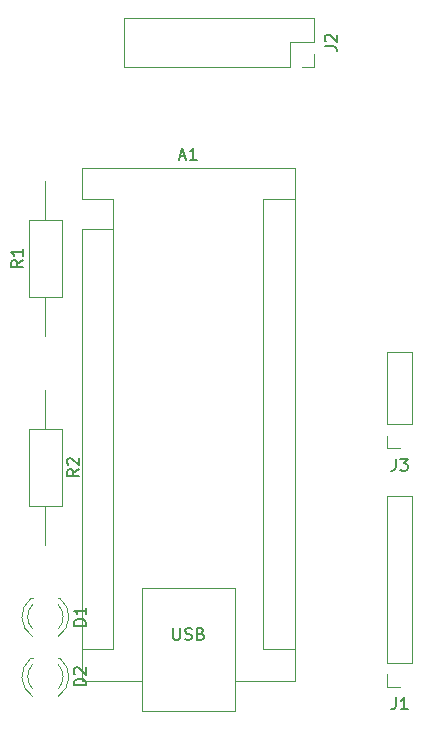
<source format=gbr>
%TF.GenerationSoftware,KiCad,Pcbnew,8.0.8*%
%TF.CreationDate,2025-01-20T00:36:11+01:00*%
%TF.ProjectId,NANO_MPU_SD,4e414e4f-5f4d-4505-955f-53442e6b6963,rev?*%
%TF.SameCoordinates,Original*%
%TF.FileFunction,Legend,Top*%
%TF.FilePolarity,Positive*%
%FSLAX46Y46*%
G04 Gerber Fmt 4.6, Leading zero omitted, Abs format (unit mm)*
G04 Created by KiCad (PCBNEW 8.0.8) date 2025-01-20 00:36:11*
%MOMM*%
%LPD*%
G01*
G04 APERTURE LIST*
%ADD10C,0.150000*%
%ADD11C,0.120000*%
G04 APERTURE END LIST*
D10*
X55924819Y-89246666D02*
X55448628Y-89579999D01*
X55924819Y-89818094D02*
X54924819Y-89818094D01*
X54924819Y-89818094D02*
X54924819Y-89437142D01*
X54924819Y-89437142D02*
X54972438Y-89341904D01*
X54972438Y-89341904D02*
X55020057Y-89294285D01*
X55020057Y-89294285D02*
X55115295Y-89246666D01*
X55115295Y-89246666D02*
X55258152Y-89246666D01*
X55258152Y-89246666D02*
X55353390Y-89294285D01*
X55353390Y-89294285D02*
X55401009Y-89341904D01*
X55401009Y-89341904D02*
X55448628Y-89437142D01*
X55448628Y-89437142D02*
X55448628Y-89818094D01*
X55020057Y-88865713D02*
X54972438Y-88818094D01*
X54972438Y-88818094D02*
X54924819Y-88722856D01*
X54924819Y-88722856D02*
X54924819Y-88484761D01*
X54924819Y-88484761D02*
X54972438Y-88389523D01*
X54972438Y-88389523D02*
X55020057Y-88341904D01*
X55020057Y-88341904D02*
X55115295Y-88294285D01*
X55115295Y-88294285D02*
X55210533Y-88294285D01*
X55210533Y-88294285D02*
X55353390Y-88341904D01*
X55353390Y-88341904D02*
X55924819Y-88913332D01*
X55924819Y-88913332D02*
X55924819Y-88294285D01*
X56514819Y-107538094D02*
X55514819Y-107538094D01*
X55514819Y-107538094D02*
X55514819Y-107299999D01*
X55514819Y-107299999D02*
X55562438Y-107157142D01*
X55562438Y-107157142D02*
X55657676Y-107061904D01*
X55657676Y-107061904D02*
X55752914Y-107014285D01*
X55752914Y-107014285D02*
X55943390Y-106966666D01*
X55943390Y-106966666D02*
X56086247Y-106966666D01*
X56086247Y-106966666D02*
X56276723Y-107014285D01*
X56276723Y-107014285D02*
X56371961Y-107061904D01*
X56371961Y-107061904D02*
X56467200Y-107157142D01*
X56467200Y-107157142D02*
X56514819Y-107299999D01*
X56514819Y-107299999D02*
X56514819Y-107538094D01*
X55610057Y-106585713D02*
X55562438Y-106538094D01*
X55562438Y-106538094D02*
X55514819Y-106442856D01*
X55514819Y-106442856D02*
X55514819Y-106204761D01*
X55514819Y-106204761D02*
X55562438Y-106109523D01*
X55562438Y-106109523D02*
X55610057Y-106061904D01*
X55610057Y-106061904D02*
X55705295Y-106014285D01*
X55705295Y-106014285D02*
X55800533Y-106014285D01*
X55800533Y-106014285D02*
X55943390Y-106061904D01*
X55943390Y-106061904D02*
X56514819Y-106633332D01*
X56514819Y-106633332D02*
X56514819Y-106014285D01*
X76754819Y-53433333D02*
X77469104Y-53433333D01*
X77469104Y-53433333D02*
X77611961Y-53480952D01*
X77611961Y-53480952D02*
X77707200Y-53576190D01*
X77707200Y-53576190D02*
X77754819Y-53719047D01*
X77754819Y-53719047D02*
X77754819Y-53814285D01*
X76850057Y-53004761D02*
X76802438Y-52957142D01*
X76802438Y-52957142D02*
X76754819Y-52861904D01*
X76754819Y-52861904D02*
X76754819Y-52623809D01*
X76754819Y-52623809D02*
X76802438Y-52528571D01*
X76802438Y-52528571D02*
X76850057Y-52480952D01*
X76850057Y-52480952D02*
X76945295Y-52433333D01*
X76945295Y-52433333D02*
X77040533Y-52433333D01*
X77040533Y-52433333D02*
X77183390Y-52480952D01*
X77183390Y-52480952D02*
X77754819Y-53052380D01*
X77754819Y-53052380D02*
X77754819Y-52433333D01*
X64465714Y-62749104D02*
X64941904Y-62749104D01*
X64370476Y-63034819D02*
X64703809Y-62034819D01*
X64703809Y-62034819D02*
X65037142Y-63034819D01*
X65894285Y-63034819D02*
X65322857Y-63034819D01*
X65608571Y-63034819D02*
X65608571Y-62034819D01*
X65608571Y-62034819D02*
X65513333Y-62177676D01*
X65513333Y-62177676D02*
X65418095Y-62272914D01*
X65418095Y-62272914D02*
X65322857Y-62320533D01*
X63918095Y-102674819D02*
X63918095Y-103484342D01*
X63918095Y-103484342D02*
X63965714Y-103579580D01*
X63965714Y-103579580D02*
X64013333Y-103627200D01*
X64013333Y-103627200D02*
X64108571Y-103674819D01*
X64108571Y-103674819D02*
X64299047Y-103674819D01*
X64299047Y-103674819D02*
X64394285Y-103627200D01*
X64394285Y-103627200D02*
X64441904Y-103579580D01*
X64441904Y-103579580D02*
X64489523Y-103484342D01*
X64489523Y-103484342D02*
X64489523Y-102674819D01*
X64918095Y-103627200D02*
X65060952Y-103674819D01*
X65060952Y-103674819D02*
X65299047Y-103674819D01*
X65299047Y-103674819D02*
X65394285Y-103627200D01*
X65394285Y-103627200D02*
X65441904Y-103579580D01*
X65441904Y-103579580D02*
X65489523Y-103484342D01*
X65489523Y-103484342D02*
X65489523Y-103389104D01*
X65489523Y-103389104D02*
X65441904Y-103293866D01*
X65441904Y-103293866D02*
X65394285Y-103246247D01*
X65394285Y-103246247D02*
X65299047Y-103198628D01*
X65299047Y-103198628D02*
X65108571Y-103151009D01*
X65108571Y-103151009D02*
X65013333Y-103103390D01*
X65013333Y-103103390D02*
X64965714Y-103055771D01*
X64965714Y-103055771D02*
X64918095Y-102960533D01*
X64918095Y-102960533D02*
X64918095Y-102865295D01*
X64918095Y-102865295D02*
X64965714Y-102770057D01*
X64965714Y-102770057D02*
X65013333Y-102722438D01*
X65013333Y-102722438D02*
X65108571Y-102674819D01*
X65108571Y-102674819D02*
X65346666Y-102674819D01*
X65346666Y-102674819D02*
X65489523Y-102722438D01*
X66251428Y-103151009D02*
X66394285Y-103198628D01*
X66394285Y-103198628D02*
X66441904Y-103246247D01*
X66441904Y-103246247D02*
X66489523Y-103341485D01*
X66489523Y-103341485D02*
X66489523Y-103484342D01*
X66489523Y-103484342D02*
X66441904Y-103579580D01*
X66441904Y-103579580D02*
X66394285Y-103627200D01*
X66394285Y-103627200D02*
X66299047Y-103674819D01*
X66299047Y-103674819D02*
X65918095Y-103674819D01*
X65918095Y-103674819D02*
X65918095Y-102674819D01*
X65918095Y-102674819D02*
X66251428Y-102674819D01*
X66251428Y-102674819D02*
X66346666Y-102722438D01*
X66346666Y-102722438D02*
X66394285Y-102770057D01*
X66394285Y-102770057D02*
X66441904Y-102865295D01*
X66441904Y-102865295D02*
X66441904Y-102960533D01*
X66441904Y-102960533D02*
X66394285Y-103055771D01*
X66394285Y-103055771D02*
X66346666Y-103103390D01*
X66346666Y-103103390D02*
X66251428Y-103151009D01*
X66251428Y-103151009D02*
X65918095Y-103151009D01*
X82766666Y-88354819D02*
X82766666Y-89069104D01*
X82766666Y-89069104D02*
X82719047Y-89211961D01*
X82719047Y-89211961D02*
X82623809Y-89307200D01*
X82623809Y-89307200D02*
X82480952Y-89354819D01*
X82480952Y-89354819D02*
X82385714Y-89354819D01*
X83147619Y-88354819D02*
X83766666Y-88354819D01*
X83766666Y-88354819D02*
X83433333Y-88735771D01*
X83433333Y-88735771D02*
X83576190Y-88735771D01*
X83576190Y-88735771D02*
X83671428Y-88783390D01*
X83671428Y-88783390D02*
X83719047Y-88831009D01*
X83719047Y-88831009D02*
X83766666Y-88926247D01*
X83766666Y-88926247D02*
X83766666Y-89164342D01*
X83766666Y-89164342D02*
X83719047Y-89259580D01*
X83719047Y-89259580D02*
X83671428Y-89307200D01*
X83671428Y-89307200D02*
X83576190Y-89354819D01*
X83576190Y-89354819D02*
X83290476Y-89354819D01*
X83290476Y-89354819D02*
X83195238Y-89307200D01*
X83195238Y-89307200D02*
X83147619Y-89259580D01*
X56514819Y-102468094D02*
X55514819Y-102468094D01*
X55514819Y-102468094D02*
X55514819Y-102229999D01*
X55514819Y-102229999D02*
X55562438Y-102087142D01*
X55562438Y-102087142D02*
X55657676Y-101991904D01*
X55657676Y-101991904D02*
X55752914Y-101944285D01*
X55752914Y-101944285D02*
X55943390Y-101896666D01*
X55943390Y-101896666D02*
X56086247Y-101896666D01*
X56086247Y-101896666D02*
X56276723Y-101944285D01*
X56276723Y-101944285D02*
X56371961Y-101991904D01*
X56371961Y-101991904D02*
X56467200Y-102087142D01*
X56467200Y-102087142D02*
X56514819Y-102229999D01*
X56514819Y-102229999D02*
X56514819Y-102468094D01*
X56514819Y-100944285D02*
X56514819Y-101515713D01*
X56514819Y-101229999D02*
X55514819Y-101229999D01*
X55514819Y-101229999D02*
X55657676Y-101325237D01*
X55657676Y-101325237D02*
X55752914Y-101420475D01*
X55752914Y-101420475D02*
X55800533Y-101515713D01*
X82766666Y-108554819D02*
X82766666Y-109269104D01*
X82766666Y-109269104D02*
X82719047Y-109411961D01*
X82719047Y-109411961D02*
X82623809Y-109507200D01*
X82623809Y-109507200D02*
X82480952Y-109554819D01*
X82480952Y-109554819D02*
X82385714Y-109554819D01*
X83766666Y-109554819D02*
X83195238Y-109554819D01*
X83480952Y-109554819D02*
X83480952Y-108554819D01*
X83480952Y-108554819D02*
X83385714Y-108697676D01*
X83385714Y-108697676D02*
X83290476Y-108792914D01*
X83290476Y-108792914D02*
X83195238Y-108840533D01*
X51184819Y-71546666D02*
X50708628Y-71879999D01*
X51184819Y-72118094D02*
X50184819Y-72118094D01*
X50184819Y-72118094D02*
X50184819Y-71737142D01*
X50184819Y-71737142D02*
X50232438Y-71641904D01*
X50232438Y-71641904D02*
X50280057Y-71594285D01*
X50280057Y-71594285D02*
X50375295Y-71546666D01*
X50375295Y-71546666D02*
X50518152Y-71546666D01*
X50518152Y-71546666D02*
X50613390Y-71594285D01*
X50613390Y-71594285D02*
X50661009Y-71641904D01*
X50661009Y-71641904D02*
X50708628Y-71737142D01*
X50708628Y-71737142D02*
X50708628Y-72118094D01*
X51184819Y-70594285D02*
X51184819Y-71165713D01*
X51184819Y-70879999D02*
X50184819Y-70879999D01*
X50184819Y-70879999D02*
X50327676Y-70975237D01*
X50327676Y-70975237D02*
X50422914Y-71070475D01*
X50422914Y-71070475D02*
X50470533Y-71165713D01*
D11*
%TO.C,R2*%
X51730000Y-85810000D02*
X51730000Y-92350000D01*
X51730000Y-92350000D02*
X54470000Y-92350000D01*
X53100000Y-82500000D02*
X53100000Y-85810000D01*
X53100000Y-95660000D02*
X53100000Y-92350000D01*
X54470000Y-85810000D02*
X51730000Y-85810000D01*
X54470000Y-92350000D02*
X54470000Y-85810000D01*
%TO.C,D2*%
X52020000Y-105240000D02*
X51864000Y-105240000D01*
X54336000Y-105240000D02*
X54180000Y-105240000D01*
X52019939Y-108471397D02*
G75*
G02*
X51864484Y-105240000I1080061J1671397D01*
G01*
X52019951Y-107840910D02*
G75*
G02*
X52020000Y-105759039I1080049J1040910D01*
G01*
X54180000Y-105759039D02*
G75*
G02*
X54180049Y-107840910I-1080000J-1040961D01*
G01*
X54335516Y-105240000D02*
G75*
G02*
X54180061Y-108471397I-1235516J-1560000D01*
G01*
%TO.C,J2*%
X59740000Y-51040000D02*
X59740000Y-55160000D01*
X73800000Y-53100000D02*
X73800000Y-55160000D01*
X73800000Y-55160000D02*
X59740000Y-55160000D01*
X75860000Y-51040000D02*
X59740000Y-51040000D01*
X75860000Y-51040000D02*
X75860000Y-53100000D01*
X75860000Y-53100000D02*
X73800000Y-53100000D01*
X75860000Y-54100000D02*
X75860000Y-55160000D01*
X75860000Y-55160000D02*
X74800000Y-55160000D01*
%TO.C,A1*%
X56160000Y-63720000D02*
X56160000Y-66390000D01*
X56160000Y-68930000D02*
X56160000Y-107160000D01*
X56160000Y-107160000D02*
X61240000Y-107160000D01*
X58830000Y-66390000D02*
X56160000Y-66390000D01*
X58830000Y-68930000D02*
X56160000Y-68930000D01*
X58830000Y-68930000D02*
X58830000Y-66390000D01*
X58830000Y-68930000D02*
X58830000Y-104490000D01*
X58830000Y-104490000D02*
X56160000Y-104490000D01*
X61240000Y-99280000D02*
X69120000Y-99280000D01*
X61240000Y-109700000D02*
X61240000Y-99280000D01*
X69120000Y-99280000D02*
X69120000Y-109700000D01*
X69120000Y-109700000D02*
X61240000Y-109700000D01*
X71530000Y-66390000D02*
X71530000Y-104490000D01*
X71530000Y-66390000D02*
X74200000Y-66390000D01*
X71530000Y-104490000D02*
X74200000Y-104490000D01*
X74200000Y-63720000D02*
X56160000Y-63720000D01*
X74200000Y-107160000D02*
X69120000Y-107160000D01*
X74200000Y-107160000D02*
X74200000Y-63720000D01*
%TO.C,J3*%
X82040000Y-85400000D02*
X82040000Y-79340000D01*
X82040000Y-87460000D02*
X82040000Y-86400000D01*
X83100000Y-87460000D02*
X82040000Y-87460000D01*
X84160000Y-79340000D02*
X82040000Y-79340000D01*
X84160000Y-85400000D02*
X82040000Y-85400000D01*
X84160000Y-85400000D02*
X84160000Y-79340000D01*
%TO.C,D1*%
X52020000Y-100170000D02*
X51864000Y-100170000D01*
X54336000Y-100170000D02*
X54180000Y-100170000D01*
X52019939Y-103401397D02*
G75*
G02*
X51864484Y-100170000I1080061J1671397D01*
G01*
X52019951Y-102770910D02*
G75*
G02*
X52020000Y-100689039I1080049J1040910D01*
G01*
X54180000Y-100689039D02*
G75*
G02*
X54180049Y-102770910I-1080000J-1040961D01*
G01*
X54335516Y-100170000D02*
G75*
G02*
X54180061Y-103401397I-1235516J-1560000D01*
G01*
%TO.C,J1*%
X82040000Y-105600000D02*
X82040000Y-91540000D01*
X82040000Y-107660000D02*
X82040000Y-106600000D01*
X83100000Y-107660000D02*
X82040000Y-107660000D01*
X84160000Y-91540000D02*
X82040000Y-91540000D01*
X84160000Y-105600000D02*
X82040000Y-105600000D01*
X84160000Y-105600000D02*
X84160000Y-91540000D01*
%TO.C,R1*%
X51730000Y-68110000D02*
X51730000Y-74650000D01*
X51730000Y-74650000D02*
X54470000Y-74650000D01*
X53100000Y-64800000D02*
X53100000Y-68110000D01*
X53100000Y-77960000D02*
X53100000Y-74650000D01*
X54470000Y-68110000D02*
X51730000Y-68110000D01*
X54470000Y-74650000D02*
X54470000Y-68110000D01*
%TD*%
M02*

</source>
